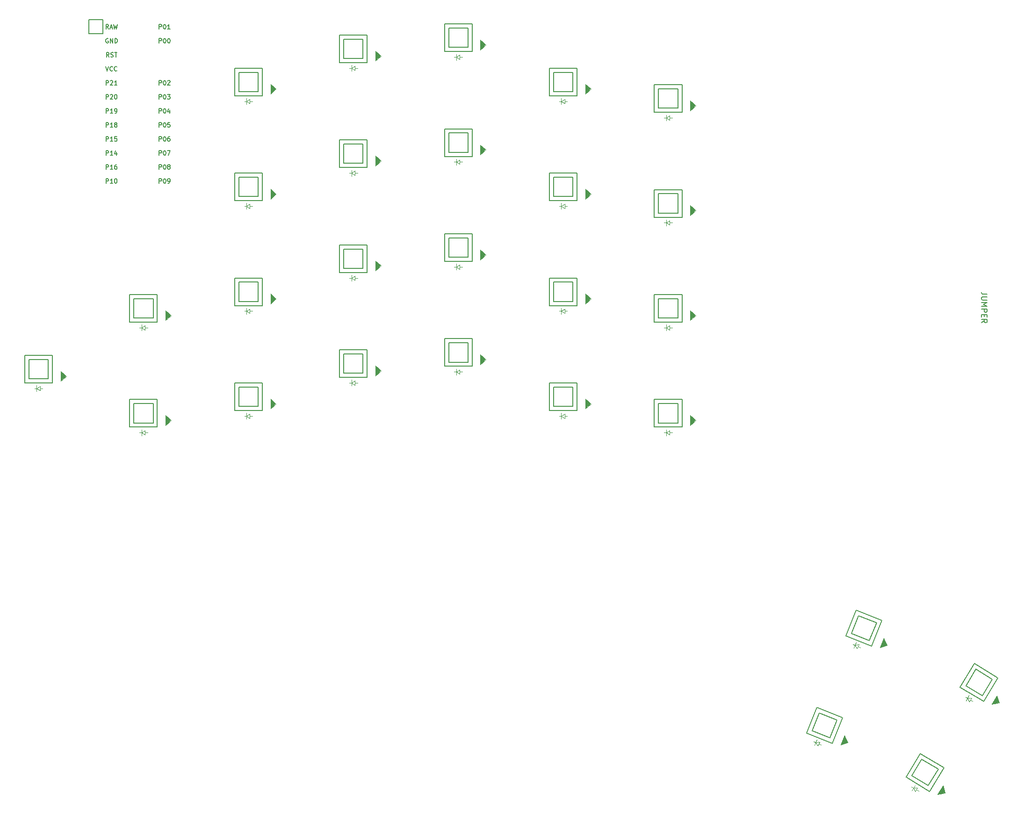
<source format=gbr>
%TF.GenerationSoftware,KiCad,Pcbnew,6.0.10-86aedd382b~118~ubuntu22.04.1*%
%TF.CreationDate,2023-01-31T17:25:27-07:00*%
%TF.ProjectId,scaarix_flow,73636161-7269-4785-9f66-6c6f772e6b69,v1.0.0*%
%TF.SameCoordinates,Original*%
%TF.FileFunction,Legend,Top*%
%TF.FilePolarity,Positive*%
%FSLAX46Y46*%
G04 Gerber Fmt 4.6, Leading zero omitted, Abs format (unit mm)*
G04 Created by KiCad (PCBNEW 6.0.10-86aedd382b~118~ubuntu22.04.1) date 2023-01-31 17:25:27*
%MOMM*%
%LPD*%
G01*
G04 APERTURE LIST*
%ADD10C,0.150000*%
%ADD11C,0.100000*%
G04 APERTURE END LIST*
D10*
X302847619Y-100745238D02*
X302133333Y-100745238D01*
X301990476Y-100697619D01*
X301895238Y-100602380D01*
X301847619Y-100459523D01*
X301847619Y-100364285D01*
X302847619Y-101221428D02*
X302038095Y-101221428D01*
X301942857Y-101269047D01*
X301895238Y-101316666D01*
X301847619Y-101411904D01*
X301847619Y-101602380D01*
X301895238Y-101697619D01*
X301942857Y-101745238D01*
X302038095Y-101792857D01*
X302847619Y-101792857D01*
X301847619Y-102269047D02*
X302847619Y-102269047D01*
X302133333Y-102602380D01*
X302847619Y-102935714D01*
X301847619Y-102935714D01*
X301847619Y-103411904D02*
X302847619Y-103411904D01*
X302847619Y-103792857D01*
X302800000Y-103888095D01*
X302752380Y-103935714D01*
X302657142Y-103983333D01*
X302514285Y-103983333D01*
X302419047Y-103935714D01*
X302371428Y-103888095D01*
X302323809Y-103792857D01*
X302323809Y-103411904D01*
X302371428Y-104411904D02*
X302371428Y-104745238D01*
X301847619Y-104888095D02*
X301847619Y-104411904D01*
X302847619Y-104411904D01*
X302847619Y-104888095D01*
X301847619Y-105888095D02*
X302323809Y-105554761D01*
X301847619Y-105316666D02*
X302847619Y-105316666D01*
X302847619Y-105697619D01*
X302800000Y-105792857D01*
X302752380Y-105840476D01*
X302657142Y-105888095D01*
X302514285Y-105888095D01*
X302419047Y-105840476D01*
X302371428Y-105792857D01*
X302323809Y-105697619D01*
X302323809Y-105316666D01*
%TO.C,MCU1*%
X152928571Y-80631904D02*
X152928571Y-79831904D01*
X153233333Y-79831904D01*
X153309523Y-79870000D01*
X153347619Y-79908095D01*
X153385714Y-79984285D01*
X153385714Y-80098571D01*
X153347619Y-80174761D01*
X153309523Y-80212857D01*
X153233333Y-80250952D01*
X152928571Y-80250952D01*
X153880952Y-79831904D02*
X153957142Y-79831904D01*
X154033333Y-79870000D01*
X154071428Y-79908095D01*
X154109523Y-79984285D01*
X154147619Y-80136666D01*
X154147619Y-80327142D01*
X154109523Y-80479523D01*
X154071428Y-80555714D01*
X154033333Y-80593809D01*
X153957142Y-80631904D01*
X153880952Y-80631904D01*
X153804761Y-80593809D01*
X153766666Y-80555714D01*
X153728571Y-80479523D01*
X153690476Y-80327142D01*
X153690476Y-80136666D01*
X153728571Y-79984285D01*
X153766666Y-79908095D01*
X153804761Y-79870000D01*
X153880952Y-79831904D01*
X154528571Y-80631904D02*
X154680952Y-80631904D01*
X154757142Y-80593809D01*
X154795238Y-80555714D01*
X154871428Y-80441428D01*
X154909523Y-80289047D01*
X154909523Y-79984285D01*
X154871428Y-79908095D01*
X154833333Y-79870000D01*
X154757142Y-79831904D01*
X154604761Y-79831904D01*
X154528571Y-79870000D01*
X154490476Y-79908095D01*
X154452380Y-79984285D01*
X154452380Y-80174761D01*
X154490476Y-80250952D01*
X154528571Y-80289047D01*
X154604761Y-80327142D01*
X154757142Y-80327142D01*
X154833333Y-80289047D01*
X154871428Y-80250952D01*
X154909523Y-80174761D01*
X143690476Y-54470000D02*
X143614285Y-54431904D01*
X143500000Y-54431904D01*
X143385714Y-54470000D01*
X143309523Y-54546190D01*
X143271428Y-54622380D01*
X143233333Y-54774761D01*
X143233333Y-54889047D01*
X143271428Y-55041428D01*
X143309523Y-55117619D01*
X143385714Y-55193809D01*
X143500000Y-55231904D01*
X143576190Y-55231904D01*
X143690476Y-55193809D01*
X143728571Y-55155714D01*
X143728571Y-54889047D01*
X143576190Y-54889047D01*
X144071428Y-55231904D02*
X144071428Y-54431904D01*
X144528571Y-55231904D01*
X144528571Y-54431904D01*
X144909523Y-55231904D02*
X144909523Y-54431904D01*
X145100000Y-54431904D01*
X145214285Y-54470000D01*
X145290476Y-54546190D01*
X145328571Y-54622380D01*
X145366666Y-54774761D01*
X145366666Y-54889047D01*
X145328571Y-55041428D01*
X145290476Y-55117619D01*
X145214285Y-55193809D01*
X145100000Y-55231904D01*
X144909523Y-55231904D01*
X143328571Y-73011904D02*
X143328571Y-72211904D01*
X143633333Y-72211904D01*
X143709523Y-72250000D01*
X143747619Y-72288095D01*
X143785714Y-72364285D01*
X143785714Y-72478571D01*
X143747619Y-72554761D01*
X143709523Y-72592857D01*
X143633333Y-72630952D01*
X143328571Y-72630952D01*
X144547619Y-73011904D02*
X144090476Y-73011904D01*
X144319047Y-73011904D02*
X144319047Y-72211904D01*
X144242857Y-72326190D01*
X144166666Y-72402380D01*
X144090476Y-72440476D01*
X145271428Y-72211904D02*
X144890476Y-72211904D01*
X144852380Y-72592857D01*
X144890476Y-72554761D01*
X144966666Y-72516666D01*
X145157142Y-72516666D01*
X145233333Y-72554761D01*
X145271428Y-72592857D01*
X145309523Y-72669047D01*
X145309523Y-72859523D01*
X145271428Y-72935714D01*
X145233333Y-72973809D01*
X145157142Y-73011904D01*
X144966666Y-73011904D01*
X144890476Y-72973809D01*
X144852380Y-72935714D01*
X143328571Y-65391904D02*
X143328571Y-64591904D01*
X143633333Y-64591904D01*
X143709523Y-64630000D01*
X143747619Y-64668095D01*
X143785714Y-64744285D01*
X143785714Y-64858571D01*
X143747619Y-64934761D01*
X143709523Y-64972857D01*
X143633333Y-65010952D01*
X143328571Y-65010952D01*
X144090476Y-64668095D02*
X144128571Y-64630000D01*
X144204761Y-64591904D01*
X144395238Y-64591904D01*
X144471428Y-64630000D01*
X144509523Y-64668095D01*
X144547619Y-64744285D01*
X144547619Y-64820476D01*
X144509523Y-64934761D01*
X144052380Y-65391904D01*
X144547619Y-65391904D01*
X145042857Y-64591904D02*
X145119047Y-64591904D01*
X145195238Y-64630000D01*
X145233333Y-64668095D01*
X145271428Y-64744285D01*
X145309523Y-64896666D01*
X145309523Y-65087142D01*
X145271428Y-65239523D01*
X145233333Y-65315714D01*
X145195238Y-65353809D01*
X145119047Y-65391904D01*
X145042857Y-65391904D01*
X144966666Y-65353809D01*
X144928571Y-65315714D01*
X144890476Y-65239523D01*
X144852380Y-65087142D01*
X144852380Y-64896666D01*
X144890476Y-64744285D01*
X144928571Y-64668095D01*
X144966666Y-64630000D01*
X145042857Y-64591904D01*
X152928571Y-67931904D02*
X152928571Y-67131904D01*
X153233333Y-67131904D01*
X153309523Y-67170000D01*
X153347619Y-67208095D01*
X153385714Y-67284285D01*
X153385714Y-67398571D01*
X153347619Y-67474761D01*
X153309523Y-67512857D01*
X153233333Y-67550952D01*
X152928571Y-67550952D01*
X153880952Y-67131904D02*
X153957142Y-67131904D01*
X154033333Y-67170000D01*
X154071428Y-67208095D01*
X154109523Y-67284285D01*
X154147619Y-67436666D01*
X154147619Y-67627142D01*
X154109523Y-67779523D01*
X154071428Y-67855714D01*
X154033333Y-67893809D01*
X153957142Y-67931904D01*
X153880952Y-67931904D01*
X153804761Y-67893809D01*
X153766666Y-67855714D01*
X153728571Y-67779523D01*
X153690476Y-67627142D01*
X153690476Y-67436666D01*
X153728571Y-67284285D01*
X153766666Y-67208095D01*
X153804761Y-67170000D01*
X153880952Y-67131904D01*
X154833333Y-67398571D02*
X154833333Y-67931904D01*
X154642857Y-67093809D02*
X154452380Y-67665238D01*
X154947619Y-67665238D01*
X143328571Y-75551904D02*
X143328571Y-74751904D01*
X143633333Y-74751904D01*
X143709523Y-74790000D01*
X143747619Y-74828095D01*
X143785714Y-74904285D01*
X143785714Y-75018571D01*
X143747619Y-75094761D01*
X143709523Y-75132857D01*
X143633333Y-75170952D01*
X143328571Y-75170952D01*
X144547619Y-75551904D02*
X144090476Y-75551904D01*
X144319047Y-75551904D02*
X144319047Y-74751904D01*
X144242857Y-74866190D01*
X144166666Y-74942380D01*
X144090476Y-74980476D01*
X145233333Y-75018571D02*
X145233333Y-75551904D01*
X145042857Y-74713809D02*
X144852380Y-75285238D01*
X145347619Y-75285238D01*
X152928571Y-73011904D02*
X152928571Y-72211904D01*
X153233333Y-72211904D01*
X153309523Y-72250000D01*
X153347619Y-72288095D01*
X153385714Y-72364285D01*
X153385714Y-72478571D01*
X153347619Y-72554761D01*
X153309523Y-72592857D01*
X153233333Y-72630952D01*
X152928571Y-72630952D01*
X153880952Y-72211904D02*
X153957142Y-72211904D01*
X154033333Y-72250000D01*
X154071428Y-72288095D01*
X154109523Y-72364285D01*
X154147619Y-72516666D01*
X154147619Y-72707142D01*
X154109523Y-72859523D01*
X154071428Y-72935714D01*
X154033333Y-72973809D01*
X153957142Y-73011904D01*
X153880952Y-73011904D01*
X153804761Y-72973809D01*
X153766666Y-72935714D01*
X153728571Y-72859523D01*
X153690476Y-72707142D01*
X153690476Y-72516666D01*
X153728571Y-72364285D01*
X153766666Y-72288095D01*
X153804761Y-72250000D01*
X153880952Y-72211904D01*
X154833333Y-72211904D02*
X154680952Y-72211904D01*
X154604761Y-72250000D01*
X154566666Y-72288095D01*
X154490476Y-72402380D01*
X154452380Y-72554761D01*
X154452380Y-72859523D01*
X154490476Y-72935714D01*
X154528571Y-72973809D01*
X154604761Y-73011904D01*
X154757142Y-73011904D01*
X154833333Y-72973809D01*
X154871428Y-72935714D01*
X154909523Y-72859523D01*
X154909523Y-72669047D01*
X154871428Y-72592857D01*
X154833333Y-72554761D01*
X154757142Y-72516666D01*
X154604761Y-72516666D01*
X154528571Y-72554761D01*
X154490476Y-72592857D01*
X154452380Y-72669047D01*
X152928571Y-65391904D02*
X152928571Y-64591904D01*
X153233333Y-64591904D01*
X153309523Y-64630000D01*
X153347619Y-64668095D01*
X153385714Y-64744285D01*
X153385714Y-64858571D01*
X153347619Y-64934761D01*
X153309523Y-64972857D01*
X153233333Y-65010952D01*
X152928571Y-65010952D01*
X153880952Y-64591904D02*
X153957142Y-64591904D01*
X154033333Y-64630000D01*
X154071428Y-64668095D01*
X154109523Y-64744285D01*
X154147619Y-64896666D01*
X154147619Y-65087142D01*
X154109523Y-65239523D01*
X154071428Y-65315714D01*
X154033333Y-65353809D01*
X153957142Y-65391904D01*
X153880952Y-65391904D01*
X153804761Y-65353809D01*
X153766666Y-65315714D01*
X153728571Y-65239523D01*
X153690476Y-65087142D01*
X153690476Y-64896666D01*
X153728571Y-64744285D01*
X153766666Y-64668095D01*
X153804761Y-64630000D01*
X153880952Y-64591904D01*
X154414285Y-64591904D02*
X154909523Y-64591904D01*
X154642857Y-64896666D01*
X154757142Y-64896666D01*
X154833333Y-64934761D01*
X154871428Y-64972857D01*
X154909523Y-65049047D01*
X154909523Y-65239523D01*
X154871428Y-65315714D01*
X154833333Y-65353809D01*
X154757142Y-65391904D01*
X154528571Y-65391904D01*
X154452380Y-65353809D01*
X154414285Y-65315714D01*
X143328571Y-62851904D02*
X143328571Y-62051904D01*
X143633333Y-62051904D01*
X143709523Y-62090000D01*
X143747619Y-62128095D01*
X143785714Y-62204285D01*
X143785714Y-62318571D01*
X143747619Y-62394761D01*
X143709523Y-62432857D01*
X143633333Y-62470952D01*
X143328571Y-62470952D01*
X144090476Y-62128095D02*
X144128571Y-62090000D01*
X144204761Y-62051904D01*
X144395238Y-62051904D01*
X144471428Y-62090000D01*
X144509523Y-62128095D01*
X144547619Y-62204285D01*
X144547619Y-62280476D01*
X144509523Y-62394761D01*
X144052380Y-62851904D01*
X144547619Y-62851904D01*
X145309523Y-62851904D02*
X144852380Y-62851904D01*
X145080952Y-62851904D02*
X145080952Y-62051904D01*
X145004761Y-62166190D01*
X144928571Y-62242380D01*
X144852380Y-62280476D01*
X143328571Y-67931904D02*
X143328571Y-67131904D01*
X143633333Y-67131904D01*
X143709523Y-67170000D01*
X143747619Y-67208095D01*
X143785714Y-67284285D01*
X143785714Y-67398571D01*
X143747619Y-67474761D01*
X143709523Y-67512857D01*
X143633333Y-67550952D01*
X143328571Y-67550952D01*
X144547619Y-67931904D02*
X144090476Y-67931904D01*
X144319047Y-67931904D02*
X144319047Y-67131904D01*
X144242857Y-67246190D01*
X144166666Y-67322380D01*
X144090476Y-67360476D01*
X144928571Y-67931904D02*
X145080952Y-67931904D01*
X145157142Y-67893809D01*
X145195238Y-67855714D01*
X145271428Y-67741428D01*
X145309523Y-67589047D01*
X145309523Y-67284285D01*
X145271428Y-67208095D01*
X145233333Y-67170000D01*
X145157142Y-67131904D01*
X145004761Y-67131904D01*
X144928571Y-67170000D01*
X144890476Y-67208095D01*
X144852380Y-67284285D01*
X144852380Y-67474761D01*
X144890476Y-67550952D01*
X144928571Y-67589047D01*
X145004761Y-67627142D01*
X145157142Y-67627142D01*
X145233333Y-67589047D01*
X145271428Y-67550952D01*
X145309523Y-67474761D01*
X143328571Y-80631904D02*
X143328571Y-79831904D01*
X143633333Y-79831904D01*
X143709523Y-79870000D01*
X143747619Y-79908095D01*
X143785714Y-79984285D01*
X143785714Y-80098571D01*
X143747619Y-80174761D01*
X143709523Y-80212857D01*
X143633333Y-80250952D01*
X143328571Y-80250952D01*
X144547619Y-80631904D02*
X144090476Y-80631904D01*
X144319047Y-80631904D02*
X144319047Y-79831904D01*
X144242857Y-79946190D01*
X144166666Y-80022380D01*
X144090476Y-80060476D01*
X145042857Y-79831904D02*
X145119047Y-79831904D01*
X145195238Y-79870000D01*
X145233333Y-79908095D01*
X145271428Y-79984285D01*
X145309523Y-80136666D01*
X145309523Y-80327142D01*
X145271428Y-80479523D01*
X145233333Y-80555714D01*
X145195238Y-80593809D01*
X145119047Y-80631904D01*
X145042857Y-80631904D01*
X144966666Y-80593809D01*
X144928571Y-80555714D01*
X144890476Y-80479523D01*
X144852380Y-80327142D01*
X144852380Y-80136666D01*
X144890476Y-79984285D01*
X144928571Y-79908095D01*
X144966666Y-79870000D01*
X145042857Y-79831904D01*
X152928571Y-55231904D02*
X152928571Y-54431904D01*
X153233333Y-54431904D01*
X153309523Y-54470000D01*
X153347619Y-54508095D01*
X153385714Y-54584285D01*
X153385714Y-54698571D01*
X153347619Y-54774761D01*
X153309523Y-54812857D01*
X153233333Y-54850952D01*
X152928571Y-54850952D01*
X153880952Y-54431904D02*
X153957142Y-54431904D01*
X154033333Y-54470000D01*
X154071428Y-54508095D01*
X154109523Y-54584285D01*
X154147619Y-54736666D01*
X154147619Y-54927142D01*
X154109523Y-55079523D01*
X154071428Y-55155714D01*
X154033333Y-55193809D01*
X153957142Y-55231904D01*
X153880952Y-55231904D01*
X153804761Y-55193809D01*
X153766666Y-55155714D01*
X153728571Y-55079523D01*
X153690476Y-54927142D01*
X153690476Y-54736666D01*
X153728571Y-54584285D01*
X153766666Y-54508095D01*
X153804761Y-54470000D01*
X153880952Y-54431904D01*
X154642857Y-54431904D02*
X154719047Y-54431904D01*
X154795238Y-54470000D01*
X154833333Y-54508095D01*
X154871428Y-54584285D01*
X154909523Y-54736666D01*
X154909523Y-54927142D01*
X154871428Y-55079523D01*
X154833333Y-55155714D01*
X154795238Y-55193809D01*
X154719047Y-55231904D01*
X154642857Y-55231904D01*
X154566666Y-55193809D01*
X154528571Y-55155714D01*
X154490476Y-55079523D01*
X154452380Y-54927142D01*
X154452380Y-54736666D01*
X154490476Y-54584285D01*
X154528571Y-54508095D01*
X154566666Y-54470000D01*
X154642857Y-54431904D01*
X152928571Y-70471904D02*
X152928571Y-69671904D01*
X153233333Y-69671904D01*
X153309523Y-69710000D01*
X153347619Y-69748095D01*
X153385714Y-69824285D01*
X153385714Y-69938571D01*
X153347619Y-70014761D01*
X153309523Y-70052857D01*
X153233333Y-70090952D01*
X152928571Y-70090952D01*
X153880952Y-69671904D02*
X153957142Y-69671904D01*
X154033333Y-69710000D01*
X154071428Y-69748095D01*
X154109523Y-69824285D01*
X154147619Y-69976666D01*
X154147619Y-70167142D01*
X154109523Y-70319523D01*
X154071428Y-70395714D01*
X154033333Y-70433809D01*
X153957142Y-70471904D01*
X153880952Y-70471904D01*
X153804761Y-70433809D01*
X153766666Y-70395714D01*
X153728571Y-70319523D01*
X153690476Y-70167142D01*
X153690476Y-69976666D01*
X153728571Y-69824285D01*
X153766666Y-69748095D01*
X153804761Y-69710000D01*
X153880952Y-69671904D01*
X154871428Y-69671904D02*
X154490476Y-69671904D01*
X154452380Y-70052857D01*
X154490476Y-70014761D01*
X154566666Y-69976666D01*
X154757142Y-69976666D01*
X154833333Y-70014761D01*
X154871428Y-70052857D01*
X154909523Y-70129047D01*
X154909523Y-70319523D01*
X154871428Y-70395714D01*
X154833333Y-70433809D01*
X154757142Y-70471904D01*
X154566666Y-70471904D01*
X154490476Y-70433809D01*
X154452380Y-70395714D01*
X143233333Y-59511904D02*
X143500000Y-60311904D01*
X143766666Y-59511904D01*
X144490476Y-60235714D02*
X144452380Y-60273809D01*
X144338095Y-60311904D01*
X144261904Y-60311904D01*
X144147619Y-60273809D01*
X144071428Y-60197619D01*
X144033333Y-60121428D01*
X143995238Y-59969047D01*
X143995238Y-59854761D01*
X144033333Y-59702380D01*
X144071428Y-59626190D01*
X144147619Y-59550000D01*
X144261904Y-59511904D01*
X144338095Y-59511904D01*
X144452380Y-59550000D01*
X144490476Y-59588095D01*
X145290476Y-60235714D02*
X145252380Y-60273809D01*
X145138095Y-60311904D01*
X145061904Y-60311904D01*
X144947619Y-60273809D01*
X144871428Y-60197619D01*
X144833333Y-60121428D01*
X144795238Y-59969047D01*
X144795238Y-59854761D01*
X144833333Y-59702380D01*
X144871428Y-59626190D01*
X144947619Y-59550000D01*
X145061904Y-59511904D01*
X145138095Y-59511904D01*
X145252380Y-59550000D01*
X145290476Y-59588095D01*
X152928571Y-62851904D02*
X152928571Y-62051904D01*
X153233333Y-62051904D01*
X153309523Y-62090000D01*
X153347619Y-62128095D01*
X153385714Y-62204285D01*
X153385714Y-62318571D01*
X153347619Y-62394761D01*
X153309523Y-62432857D01*
X153233333Y-62470952D01*
X152928571Y-62470952D01*
X153880952Y-62051904D02*
X153957142Y-62051904D01*
X154033333Y-62090000D01*
X154071428Y-62128095D01*
X154109523Y-62204285D01*
X154147619Y-62356666D01*
X154147619Y-62547142D01*
X154109523Y-62699523D01*
X154071428Y-62775714D01*
X154033333Y-62813809D01*
X153957142Y-62851904D01*
X153880952Y-62851904D01*
X153804761Y-62813809D01*
X153766666Y-62775714D01*
X153728571Y-62699523D01*
X153690476Y-62547142D01*
X153690476Y-62356666D01*
X153728571Y-62204285D01*
X153766666Y-62128095D01*
X153804761Y-62090000D01*
X153880952Y-62051904D01*
X154452380Y-62128095D02*
X154490476Y-62090000D01*
X154566666Y-62051904D01*
X154757142Y-62051904D01*
X154833333Y-62090000D01*
X154871428Y-62128095D01*
X154909523Y-62204285D01*
X154909523Y-62280476D01*
X154871428Y-62394761D01*
X154414285Y-62851904D01*
X154909523Y-62851904D01*
X152928571Y-52691904D02*
X152928571Y-51891904D01*
X153233333Y-51891904D01*
X153309523Y-51930000D01*
X153347619Y-51968095D01*
X153385714Y-52044285D01*
X153385714Y-52158571D01*
X153347619Y-52234761D01*
X153309523Y-52272857D01*
X153233333Y-52310952D01*
X152928571Y-52310952D01*
X153880952Y-51891904D02*
X153957142Y-51891904D01*
X154033333Y-51930000D01*
X154071428Y-51968095D01*
X154109523Y-52044285D01*
X154147619Y-52196666D01*
X154147619Y-52387142D01*
X154109523Y-52539523D01*
X154071428Y-52615714D01*
X154033333Y-52653809D01*
X153957142Y-52691904D01*
X153880952Y-52691904D01*
X153804761Y-52653809D01*
X153766666Y-52615714D01*
X153728571Y-52539523D01*
X153690476Y-52387142D01*
X153690476Y-52196666D01*
X153728571Y-52044285D01*
X153766666Y-51968095D01*
X153804761Y-51930000D01*
X153880952Y-51891904D01*
X154909523Y-52691904D02*
X154452380Y-52691904D01*
X154680952Y-52691904D02*
X154680952Y-51891904D01*
X154604761Y-52006190D01*
X154528571Y-52082380D01*
X154452380Y-52120476D01*
X143861904Y-57771904D02*
X143595238Y-57390952D01*
X143404761Y-57771904D02*
X143404761Y-56971904D01*
X143709523Y-56971904D01*
X143785714Y-57010000D01*
X143823809Y-57048095D01*
X143861904Y-57124285D01*
X143861904Y-57238571D01*
X143823809Y-57314761D01*
X143785714Y-57352857D01*
X143709523Y-57390952D01*
X143404761Y-57390952D01*
X144166666Y-57733809D02*
X144280952Y-57771904D01*
X144471428Y-57771904D01*
X144547619Y-57733809D01*
X144585714Y-57695714D01*
X144623809Y-57619523D01*
X144623809Y-57543333D01*
X144585714Y-57467142D01*
X144547619Y-57429047D01*
X144471428Y-57390952D01*
X144319047Y-57352857D01*
X144242857Y-57314761D01*
X144204761Y-57276666D01*
X144166666Y-57200476D01*
X144166666Y-57124285D01*
X144204761Y-57048095D01*
X144242857Y-57010000D01*
X144319047Y-56971904D01*
X144509523Y-56971904D01*
X144623809Y-57010000D01*
X144852380Y-56971904D02*
X145309523Y-56971904D01*
X145080952Y-57771904D02*
X145080952Y-56971904D01*
X152928571Y-75551904D02*
X152928571Y-74751904D01*
X153233333Y-74751904D01*
X153309523Y-74790000D01*
X153347619Y-74828095D01*
X153385714Y-74904285D01*
X153385714Y-75018571D01*
X153347619Y-75094761D01*
X153309523Y-75132857D01*
X153233333Y-75170952D01*
X152928571Y-75170952D01*
X153880952Y-74751904D02*
X153957142Y-74751904D01*
X154033333Y-74790000D01*
X154071428Y-74828095D01*
X154109523Y-74904285D01*
X154147619Y-75056666D01*
X154147619Y-75247142D01*
X154109523Y-75399523D01*
X154071428Y-75475714D01*
X154033333Y-75513809D01*
X153957142Y-75551904D01*
X153880952Y-75551904D01*
X153804761Y-75513809D01*
X153766666Y-75475714D01*
X153728571Y-75399523D01*
X153690476Y-75247142D01*
X153690476Y-75056666D01*
X153728571Y-74904285D01*
X153766666Y-74828095D01*
X153804761Y-74790000D01*
X153880952Y-74751904D01*
X154414285Y-74751904D02*
X154947619Y-74751904D01*
X154604761Y-75551904D01*
X143747619Y-52691904D02*
X143480952Y-52310952D01*
X143290476Y-52691904D02*
X143290476Y-51891904D01*
X143595238Y-51891904D01*
X143671428Y-51930000D01*
X143709523Y-51968095D01*
X143747619Y-52044285D01*
X143747619Y-52158571D01*
X143709523Y-52234761D01*
X143671428Y-52272857D01*
X143595238Y-52310952D01*
X143290476Y-52310952D01*
X144052380Y-52463333D02*
X144433333Y-52463333D01*
X143976190Y-52691904D02*
X144242857Y-51891904D01*
X144509523Y-52691904D01*
X144700000Y-51891904D02*
X144890476Y-52691904D01*
X145042857Y-52120476D01*
X145195238Y-52691904D01*
X145385714Y-51891904D01*
X152928571Y-78091904D02*
X152928571Y-77291904D01*
X153233333Y-77291904D01*
X153309523Y-77330000D01*
X153347619Y-77368095D01*
X153385714Y-77444285D01*
X153385714Y-77558571D01*
X153347619Y-77634761D01*
X153309523Y-77672857D01*
X153233333Y-77710952D01*
X152928571Y-77710952D01*
X153880952Y-77291904D02*
X153957142Y-77291904D01*
X154033333Y-77330000D01*
X154071428Y-77368095D01*
X154109523Y-77444285D01*
X154147619Y-77596666D01*
X154147619Y-77787142D01*
X154109523Y-77939523D01*
X154071428Y-78015714D01*
X154033333Y-78053809D01*
X153957142Y-78091904D01*
X153880952Y-78091904D01*
X153804761Y-78053809D01*
X153766666Y-78015714D01*
X153728571Y-77939523D01*
X153690476Y-77787142D01*
X153690476Y-77596666D01*
X153728571Y-77444285D01*
X153766666Y-77368095D01*
X153804761Y-77330000D01*
X153880952Y-77291904D01*
X154604761Y-77634761D02*
X154528571Y-77596666D01*
X154490476Y-77558571D01*
X154452380Y-77482380D01*
X154452380Y-77444285D01*
X154490476Y-77368095D01*
X154528571Y-77330000D01*
X154604761Y-77291904D01*
X154757142Y-77291904D01*
X154833333Y-77330000D01*
X154871428Y-77368095D01*
X154909523Y-77444285D01*
X154909523Y-77482380D01*
X154871428Y-77558571D01*
X154833333Y-77596666D01*
X154757142Y-77634761D01*
X154604761Y-77634761D01*
X154528571Y-77672857D01*
X154490476Y-77710952D01*
X154452380Y-77787142D01*
X154452380Y-77939523D01*
X154490476Y-78015714D01*
X154528571Y-78053809D01*
X154604761Y-78091904D01*
X154757142Y-78091904D01*
X154833333Y-78053809D01*
X154871428Y-78015714D01*
X154909523Y-77939523D01*
X154909523Y-77787142D01*
X154871428Y-77710952D01*
X154833333Y-77672857D01*
X154757142Y-77634761D01*
X143328571Y-70471904D02*
X143328571Y-69671904D01*
X143633333Y-69671904D01*
X143709523Y-69710000D01*
X143747619Y-69748095D01*
X143785714Y-69824285D01*
X143785714Y-69938571D01*
X143747619Y-70014761D01*
X143709523Y-70052857D01*
X143633333Y-70090952D01*
X143328571Y-70090952D01*
X144547619Y-70471904D02*
X144090476Y-70471904D01*
X144319047Y-70471904D02*
X144319047Y-69671904D01*
X144242857Y-69786190D01*
X144166666Y-69862380D01*
X144090476Y-69900476D01*
X145004761Y-70014761D02*
X144928571Y-69976666D01*
X144890476Y-69938571D01*
X144852380Y-69862380D01*
X144852380Y-69824285D01*
X144890476Y-69748095D01*
X144928571Y-69710000D01*
X145004761Y-69671904D01*
X145157142Y-69671904D01*
X145233333Y-69710000D01*
X145271428Y-69748095D01*
X145309523Y-69824285D01*
X145309523Y-69862380D01*
X145271428Y-69938571D01*
X145233333Y-69976666D01*
X145157142Y-70014761D01*
X145004761Y-70014761D01*
X144928571Y-70052857D01*
X144890476Y-70090952D01*
X144852380Y-70167142D01*
X144852380Y-70319523D01*
X144890476Y-70395714D01*
X144928571Y-70433809D01*
X145004761Y-70471904D01*
X145157142Y-70471904D01*
X145233333Y-70433809D01*
X145271428Y-70395714D01*
X145309523Y-70319523D01*
X145309523Y-70167142D01*
X145271428Y-70090952D01*
X145233333Y-70052857D01*
X145157142Y-70014761D01*
X143328571Y-78091904D02*
X143328571Y-77291904D01*
X143633333Y-77291904D01*
X143709523Y-77330000D01*
X143747619Y-77368095D01*
X143785714Y-77444285D01*
X143785714Y-77558571D01*
X143747619Y-77634761D01*
X143709523Y-77672857D01*
X143633333Y-77710952D01*
X143328571Y-77710952D01*
X144547619Y-78091904D02*
X144090476Y-78091904D01*
X144319047Y-78091904D02*
X144319047Y-77291904D01*
X144242857Y-77406190D01*
X144166666Y-77482380D01*
X144090476Y-77520476D01*
X145233333Y-77291904D02*
X145080952Y-77291904D01*
X145004761Y-77330000D01*
X144966666Y-77368095D01*
X144890476Y-77482380D01*
X144852380Y-77634761D01*
X144852380Y-77939523D01*
X144890476Y-78015714D01*
X144928571Y-78053809D01*
X145004761Y-78091904D01*
X145157142Y-78091904D01*
X145233333Y-78053809D01*
X145271428Y-78015714D01*
X145309523Y-77939523D01*
X145309523Y-77749047D01*
X145271428Y-77672857D01*
X145233333Y-77634761D01*
X145157142Y-77596666D01*
X145004761Y-77596666D01*
X144928571Y-77634761D01*
X144890476Y-77672857D01*
X144852380Y-77749047D01*
%TO.C,LED19*%
X228600000Y-59800000D02*
X223600000Y-59800000D01*
X228600000Y-64800000D02*
X228600000Y-59800000D01*
X223600000Y-59800000D02*
X223600000Y-64800000D01*
X227850000Y-64050000D02*
X227850000Y-60550000D01*
X227850000Y-60550000D02*
X224350000Y-60550000D01*
X224350000Y-64050000D02*
X227850000Y-64050000D01*
X223600000Y-64800000D02*
X228600000Y-64800000D01*
X224350000Y-60550000D02*
X224350000Y-64050000D01*
G36*
X231100000Y-63587500D02*
G01*
X230100000Y-64500000D01*
X230100000Y-62675000D01*
X231100000Y-63587500D01*
G37*
D11*
X231100000Y-63587500D02*
X230100000Y-64500000D01*
X230100000Y-62675000D01*
X231100000Y-63587500D01*
%TO.C,D6*%
X168750000Y-84800000D02*
X168750000Y-85350000D01*
X168750000Y-84800000D02*
X169350000Y-84400000D01*
X169350000Y-85200000D02*
X168750000Y-84800000D01*
X169350000Y-84400000D02*
X169350000Y-85200000D01*
X168350000Y-84800000D02*
X168750000Y-84800000D01*
X168750000Y-84800000D02*
X168750000Y-84250000D01*
X169350000Y-84800000D02*
X169850000Y-84800000D01*
%TO.C,D9*%
X188350000Y-97800000D02*
X188850000Y-97800000D01*
X188350000Y-98200000D02*
X187750000Y-97800000D01*
X187750000Y-97800000D02*
X187750000Y-97250000D01*
X187750000Y-97800000D02*
X188350000Y-97400000D01*
X187750000Y-97800000D02*
X187750000Y-98350000D01*
X188350000Y-97400000D02*
X188350000Y-98200000D01*
X187350000Y-97800000D02*
X187750000Y-97800000D01*
D10*
%TO.C,LED1*%
X128600000Y-111800000D02*
X128600000Y-116800000D01*
X128600000Y-116800000D02*
X133600000Y-116800000D01*
X129350000Y-112550000D02*
X129350000Y-116050000D01*
X129350000Y-116050000D02*
X132850000Y-116050000D01*
X132850000Y-116050000D02*
X132850000Y-112550000D01*
X133600000Y-116800000D02*
X133600000Y-111800000D01*
X133600000Y-111800000D02*
X128600000Y-111800000D01*
X132850000Y-112550000D02*
X129350000Y-112550000D01*
G36*
X136100000Y-115587500D02*
G01*
X135100000Y-116500000D01*
X135100000Y-114675000D01*
X136100000Y-115587500D01*
G37*
D11*
X136100000Y-115587500D02*
X135100000Y-116500000D01*
X135100000Y-114675000D01*
X136100000Y-115587500D01*
%TO.C,D27*%
X299293691Y-173871437D02*
X300014007Y-173837593D01*
X298950825Y-173665421D02*
X299293691Y-173871437D01*
X299807992Y-174180460D02*
X300236575Y-174437979D01*
X300014007Y-173837593D02*
X299601977Y-174523326D01*
X299293691Y-173871437D02*
X299576962Y-173399995D01*
X299601977Y-174523326D02*
X299293691Y-173871437D01*
X299293691Y-173871437D02*
X299010421Y-174342879D01*
D10*
%TO.C,LED20*%
X243350000Y-124050000D02*
X246850000Y-124050000D01*
X246850000Y-124050000D02*
X246850000Y-120550000D01*
X242600000Y-124800000D02*
X247600000Y-124800000D01*
X247600000Y-124800000D02*
X247600000Y-119800000D01*
X247600000Y-119800000D02*
X242600000Y-119800000D01*
X242600000Y-119800000D02*
X242600000Y-124800000D01*
X246850000Y-120550000D02*
X243350000Y-120550000D01*
X243350000Y-120550000D02*
X243350000Y-124050000D01*
G36*
X250100000Y-123587500D02*
G01*
X249100000Y-124500000D01*
X249100000Y-122675000D01*
X250100000Y-123587500D01*
G37*
D11*
X250100000Y-123587500D02*
X249100000Y-124500000D01*
X249100000Y-122675000D01*
X250100000Y-123587500D01*
D10*
%TO.C,LED16*%
X224350000Y-117550000D02*
X224350000Y-121050000D01*
X227850000Y-117550000D02*
X224350000Y-117550000D01*
X227850000Y-121050000D02*
X227850000Y-117550000D01*
X228600000Y-116800000D02*
X223600000Y-116800000D01*
X224350000Y-121050000D02*
X227850000Y-121050000D01*
X223600000Y-121800000D02*
X228600000Y-121800000D01*
X228600000Y-121800000D02*
X228600000Y-116800000D01*
X223600000Y-116800000D02*
X223600000Y-121800000D01*
G36*
X231100000Y-120587500D02*
G01*
X230100000Y-121500000D01*
X230100000Y-119675000D01*
X231100000Y-120587500D01*
G37*
D11*
X231100000Y-120587500D02*
X230100000Y-121500000D01*
X230100000Y-119675000D01*
X231100000Y-120587500D01*
D10*
%TO.C,LED23*%
X247600000Y-62800000D02*
X242600000Y-62800000D01*
X243350000Y-63550000D02*
X243350000Y-67050000D01*
X242600000Y-67800000D02*
X247600000Y-67800000D01*
X246850000Y-67050000D02*
X246850000Y-63550000D01*
X247600000Y-67800000D02*
X247600000Y-62800000D01*
X246850000Y-63550000D02*
X243350000Y-63550000D01*
X242600000Y-62800000D02*
X242600000Y-67800000D01*
X243350000Y-67050000D02*
X246850000Y-67050000D01*
G36*
X250100000Y-66587500D02*
G01*
X249100000Y-67500000D01*
X249100000Y-65675000D01*
X250100000Y-66587500D01*
G37*
D11*
X250100000Y-66587500D02*
X249100000Y-67500000D01*
X249100000Y-65675000D01*
X250100000Y-66587500D01*
%TO.C,D19*%
X226350000Y-65800000D02*
X226850000Y-65800000D01*
X225750000Y-65800000D02*
X225750000Y-65250000D01*
X225750000Y-65800000D02*
X225750000Y-66350000D01*
X225750000Y-65800000D02*
X226350000Y-65400000D01*
X225350000Y-65800000D02*
X225750000Y-65800000D01*
X226350000Y-66200000D02*
X225750000Y-65800000D01*
X226350000Y-65400000D02*
X226350000Y-66200000D01*
%TO.C,D25*%
X278908886Y-164321088D02*
X279615039Y-164174978D01*
X278908886Y-164321088D02*
X279114919Y-163811137D01*
X279615039Y-164174978D02*
X279315353Y-164916725D01*
X279465196Y-164545852D02*
X279928788Y-164733155D01*
X279315353Y-164916725D02*
X278908886Y-164321088D01*
X278538012Y-164171245D02*
X278908886Y-164321088D01*
X278908886Y-164321088D02*
X278702852Y-164831039D01*
D10*
%TO.C,LED9*%
X190600000Y-96800000D02*
X190600000Y-91800000D01*
X186350000Y-92550000D02*
X186350000Y-96050000D01*
X189850000Y-96050000D02*
X189850000Y-92550000D01*
X185600000Y-91800000D02*
X185600000Y-96800000D01*
X185600000Y-96800000D02*
X190600000Y-96800000D01*
X190600000Y-91800000D02*
X185600000Y-91800000D01*
X186350000Y-96050000D02*
X189850000Y-96050000D01*
X189850000Y-92550000D02*
X186350000Y-92550000D01*
G36*
X193100000Y-95587500D02*
G01*
X192100000Y-96500000D01*
X192100000Y-94675000D01*
X193100000Y-95587500D01*
G37*
D11*
X193100000Y-95587500D02*
X192100000Y-96500000D01*
X192100000Y-94675000D01*
X193100000Y-95587500D01*
D10*
%TO.C,LED10*%
X185600000Y-77800000D02*
X190600000Y-77800000D01*
X186350000Y-73550000D02*
X186350000Y-77050000D01*
X190600000Y-77800000D02*
X190600000Y-72800000D01*
X189850000Y-73550000D02*
X186350000Y-73550000D01*
X185600000Y-72800000D02*
X185600000Y-77800000D01*
X189850000Y-77050000D02*
X189850000Y-73550000D01*
X186350000Y-77050000D02*
X189850000Y-77050000D01*
X190600000Y-72800000D02*
X185600000Y-72800000D01*
G36*
X193100000Y-76587500D02*
G01*
X192100000Y-77500000D01*
X192100000Y-75675000D01*
X193100000Y-76587500D01*
G37*
D11*
X193100000Y-76587500D02*
X192100000Y-77500000D01*
X192100000Y-75675000D01*
X193100000Y-76587500D01*
%TO.C,D3*%
X149350000Y-106800000D02*
X149750000Y-106800000D01*
X150350000Y-106400000D02*
X150350000Y-107200000D01*
X149750000Y-106800000D02*
X150350000Y-106400000D01*
X149750000Y-106800000D02*
X149750000Y-107350000D01*
X149750000Y-106800000D02*
X149750000Y-106250000D01*
X150350000Y-106800000D02*
X150850000Y-106800000D01*
X150350000Y-107200000D02*
X149750000Y-106800000D01*
%TO.C,D14*%
X207350000Y-77200000D02*
X206750000Y-76800000D01*
X206350000Y-76800000D02*
X206750000Y-76800000D01*
X207350000Y-76800000D02*
X207850000Y-76800000D01*
X206750000Y-76800000D02*
X207350000Y-76400000D01*
X206750000Y-76800000D02*
X206750000Y-76250000D01*
X206750000Y-76800000D02*
X206750000Y-77350000D01*
X207350000Y-76400000D02*
X207350000Y-77200000D01*
%TO.C,D17*%
X226350000Y-103800000D02*
X226850000Y-103800000D01*
X226350000Y-103400000D02*
X226350000Y-104200000D01*
X225750000Y-103800000D02*
X226350000Y-103400000D01*
X225350000Y-103800000D02*
X225750000Y-103800000D01*
X226350000Y-104200000D02*
X225750000Y-103800000D01*
X225750000Y-103800000D02*
X225750000Y-103250000D01*
X225750000Y-103800000D02*
X225750000Y-104350000D01*
D10*
%TO.C,LED27*%
X303797659Y-170452874D02*
X300797574Y-168650241D01*
X304826813Y-170196277D02*
X300540977Y-167621087D01*
X300797574Y-168650241D02*
X298994941Y-171650326D01*
X302251623Y-174482113D02*
X304826813Y-170196277D01*
X298994941Y-171650326D02*
X301995026Y-173452959D01*
X297965787Y-171906923D02*
X302251623Y-174482113D01*
X301995026Y-173452959D02*
X303797659Y-170452874D01*
X300540977Y-167621087D02*
X297965787Y-171906923D01*
G36*
X305019025Y-174730393D02*
G01*
X303691885Y-174997520D01*
X304631830Y-173433190D01*
X305019025Y-174730393D01*
G37*
D11*
X305019025Y-174730393D02*
X303691885Y-174997520D01*
X304631830Y-173433190D01*
X305019025Y-174730393D01*
%TO.C,D8*%
X187750000Y-116800000D02*
X187750000Y-116250000D01*
X188350000Y-116800000D02*
X188850000Y-116800000D01*
X188350000Y-117200000D02*
X187750000Y-116800000D01*
X187350000Y-116800000D02*
X187750000Y-116800000D01*
X187750000Y-116800000D02*
X187750000Y-117350000D01*
X188350000Y-116400000D02*
X188350000Y-117200000D01*
X187750000Y-116800000D02*
X188350000Y-116400000D01*
%TO.C,D1*%
X130750000Y-117800000D02*
X130750000Y-117250000D01*
X131350000Y-117800000D02*
X131850000Y-117800000D01*
X130750000Y-117800000D02*
X130750000Y-118350000D01*
X131350000Y-118200000D02*
X130750000Y-117800000D01*
X131350000Y-117400000D02*
X131350000Y-118200000D01*
X130750000Y-117800000D02*
X131350000Y-117400000D01*
X130350000Y-117800000D02*
X130750000Y-117800000D01*
D10*
%TO.C,LED5*%
X166600000Y-97800000D02*
X166600000Y-102800000D01*
X167350000Y-102050000D02*
X170850000Y-102050000D01*
X171600000Y-97800000D02*
X166600000Y-97800000D01*
X167350000Y-98550000D02*
X167350000Y-102050000D01*
X166600000Y-102800000D02*
X171600000Y-102800000D01*
X170850000Y-102050000D02*
X170850000Y-98550000D01*
X171600000Y-102800000D02*
X171600000Y-97800000D01*
X170850000Y-98550000D02*
X167350000Y-98550000D01*
G36*
X174100000Y-101587500D02*
G01*
X173100000Y-102500000D01*
X173100000Y-100675000D01*
X174100000Y-101587500D01*
G37*
D11*
X174100000Y-101587500D02*
X173100000Y-102500000D01*
X173100000Y-100675000D01*
X174100000Y-101587500D01*
D10*
%TO.C,LED2*%
X152600000Y-119800000D02*
X147600000Y-119800000D01*
X151850000Y-124050000D02*
X151850000Y-120550000D01*
X147600000Y-124800000D02*
X152600000Y-124800000D01*
X147600000Y-119800000D02*
X147600000Y-124800000D01*
X148350000Y-120550000D02*
X148350000Y-124050000D01*
X148350000Y-124050000D02*
X151850000Y-124050000D01*
X151850000Y-120550000D02*
X148350000Y-120550000D01*
X152600000Y-124800000D02*
X152600000Y-119800000D01*
G36*
X155100000Y-123587500D02*
G01*
X154100000Y-124500000D01*
X154100000Y-122675000D01*
X155100000Y-123587500D01*
G37*
D11*
X155100000Y-123587500D02*
X154100000Y-124500000D01*
X154100000Y-122675000D01*
X155100000Y-123587500D01*
D10*
%TO.C,LED7*%
X166600000Y-64800000D02*
X171600000Y-64800000D01*
X166600000Y-59800000D02*
X166600000Y-64800000D01*
X167350000Y-60550000D02*
X167350000Y-64050000D01*
X171600000Y-64800000D02*
X171600000Y-59800000D01*
X170850000Y-60550000D02*
X167350000Y-60550000D01*
X170850000Y-64050000D02*
X170850000Y-60550000D01*
X167350000Y-64050000D02*
X170850000Y-64050000D01*
X171600000Y-59800000D02*
X166600000Y-59800000D01*
G36*
X174100000Y-63587500D02*
G01*
X173100000Y-64500000D01*
X173100000Y-62675000D01*
X174100000Y-63587500D01*
G37*
D11*
X174100000Y-63587500D02*
X173100000Y-64500000D01*
X173100000Y-62675000D01*
X174100000Y-63587500D01*
D10*
%TO.C,LED3*%
X151850000Y-105050000D02*
X151850000Y-101550000D01*
X147600000Y-105800000D02*
X152600000Y-105800000D01*
X147600000Y-100800000D02*
X147600000Y-105800000D01*
X148350000Y-101550000D02*
X148350000Y-105050000D01*
X148350000Y-105050000D02*
X151850000Y-105050000D01*
X151850000Y-101550000D02*
X148350000Y-101550000D01*
X152600000Y-100800000D02*
X147600000Y-100800000D01*
X152600000Y-105800000D02*
X152600000Y-100800000D01*
G36*
X155100000Y-104587500D02*
G01*
X154100000Y-105500000D01*
X154100000Y-103675000D01*
X155100000Y-104587500D01*
G37*
D11*
X155100000Y-104587500D02*
X154100000Y-105500000D01*
X154100000Y-103675000D01*
X155100000Y-104587500D01*
D10*
%TO.C,LED12*%
X209600000Y-108800000D02*
X204600000Y-108800000D01*
X205350000Y-109550000D02*
X205350000Y-113050000D01*
X205350000Y-113050000D02*
X208850000Y-113050000D01*
X208850000Y-113050000D02*
X208850000Y-109550000D01*
X204600000Y-108800000D02*
X204600000Y-113800000D01*
X208850000Y-109550000D02*
X205350000Y-109550000D01*
X209600000Y-113800000D02*
X209600000Y-108800000D01*
X204600000Y-113800000D02*
X209600000Y-113800000D01*
G36*
X212100000Y-112587500D02*
G01*
X211100000Y-113500000D01*
X211100000Y-111675000D01*
X212100000Y-112587500D01*
G37*
D11*
X212100000Y-112587500D02*
X211100000Y-113500000D01*
X211100000Y-111675000D01*
X212100000Y-112587500D01*
%TO.C,D22*%
X245350000Y-87800000D02*
X245850000Y-87800000D01*
X245350000Y-87400000D02*
X245350000Y-88200000D01*
X244750000Y-87800000D02*
X244750000Y-88350000D01*
X244750000Y-87800000D02*
X245350000Y-87400000D01*
X244750000Y-87800000D02*
X244750000Y-87250000D01*
X244350000Y-87800000D02*
X244750000Y-87800000D01*
X245350000Y-88200000D02*
X244750000Y-87800000D01*
%TO.C,D16*%
X226350000Y-123200000D02*
X225750000Y-122800000D01*
X226350000Y-122400000D02*
X226350000Y-123200000D01*
X225350000Y-122800000D02*
X225750000Y-122800000D01*
X225750000Y-122800000D02*
X225750000Y-123350000D01*
X225750000Y-122800000D02*
X225750000Y-122250000D01*
X226350000Y-122800000D02*
X226850000Y-122800000D01*
X225750000Y-122800000D02*
X226350000Y-122400000D01*
D10*
%TO.C,MCU1*%
X142750000Y-51060000D02*
X140210000Y-51060000D01*
X142750000Y-51060000D02*
X142750000Y-53600000D01*
X140210000Y-53600000D02*
X140210000Y-51060000D01*
X142750000Y-53600000D02*
X140210000Y-53600000D01*
D11*
%TO.C,D4*%
X168750000Y-122800000D02*
X168750000Y-122250000D01*
X169350000Y-122400000D02*
X169350000Y-123200000D01*
X168750000Y-122800000D02*
X169350000Y-122400000D01*
X168750000Y-122800000D02*
X168750000Y-123350000D01*
X169350000Y-123200000D02*
X168750000Y-122800000D01*
X168350000Y-122800000D02*
X168750000Y-122800000D01*
X169350000Y-122800000D02*
X169850000Y-122800000D01*
D10*
%TO.C,LED17*%
X228600000Y-97800000D02*
X223600000Y-97800000D01*
X223600000Y-97800000D02*
X223600000Y-102800000D01*
X224350000Y-98550000D02*
X224350000Y-102050000D01*
X227850000Y-98550000D02*
X224350000Y-98550000D01*
X223600000Y-102800000D02*
X228600000Y-102800000D01*
X227850000Y-102050000D02*
X227850000Y-98550000D01*
X224350000Y-102050000D02*
X227850000Y-102050000D01*
X228600000Y-102800000D02*
X228600000Y-97800000D01*
G36*
X231100000Y-101587500D02*
G01*
X230100000Y-102500000D01*
X230100000Y-100675000D01*
X231100000Y-101587500D01*
G37*
D11*
X231100000Y-101587500D02*
X230100000Y-102500000D01*
X230100000Y-100675000D01*
X231100000Y-101587500D01*
D10*
%TO.C,LED13*%
X208850000Y-94050000D02*
X208850000Y-90550000D01*
X208850000Y-90550000D02*
X205350000Y-90550000D01*
X205350000Y-90550000D02*
X205350000Y-94050000D01*
X209600000Y-94800000D02*
X209600000Y-89800000D01*
X209600000Y-89800000D02*
X204600000Y-89800000D01*
X205350000Y-94050000D02*
X208850000Y-94050000D01*
X204600000Y-89800000D02*
X204600000Y-94800000D01*
X204600000Y-94800000D02*
X209600000Y-94800000D01*
G36*
X212100000Y-93587500D02*
G01*
X211100000Y-94500000D01*
X211100000Y-92675000D01*
X212100000Y-93587500D01*
G37*
D11*
X212100000Y-93587500D02*
X211100000Y-94500000D01*
X211100000Y-92675000D01*
X212100000Y-93587500D01*
D10*
%TO.C,LED21*%
X247600000Y-105800000D02*
X247600000Y-100800000D01*
X246850000Y-105050000D02*
X246850000Y-101550000D01*
X242600000Y-105800000D02*
X247600000Y-105800000D01*
X246850000Y-101550000D02*
X243350000Y-101550000D01*
X243350000Y-105050000D02*
X246850000Y-105050000D01*
X243350000Y-101550000D02*
X243350000Y-105050000D01*
X247600000Y-100800000D02*
X242600000Y-100800000D01*
X242600000Y-100800000D02*
X242600000Y-105800000D01*
G36*
X250100000Y-104587500D02*
G01*
X249100000Y-105500000D01*
X249100000Y-103675000D01*
X250100000Y-104587500D01*
G37*
D11*
X250100000Y-104587500D02*
X249100000Y-105500000D01*
X249100000Y-103675000D01*
X250100000Y-104587500D01*
%TO.C,D15*%
X206750000Y-57800000D02*
X207350000Y-57400000D01*
X207350000Y-57800000D02*
X207850000Y-57800000D01*
X206750000Y-57800000D02*
X206750000Y-58350000D01*
X206350000Y-57800000D02*
X206750000Y-57800000D01*
X206750000Y-57800000D02*
X206750000Y-57250000D01*
X207350000Y-57400000D02*
X207350000Y-58200000D01*
X207350000Y-58200000D02*
X206750000Y-57800000D01*
%TO.C,D20*%
X244750000Y-125800000D02*
X245350000Y-125400000D01*
X245350000Y-125400000D02*
X245350000Y-126200000D01*
X244750000Y-125800000D02*
X244750000Y-125250000D01*
X245350000Y-126200000D02*
X244750000Y-125800000D01*
X244350000Y-125800000D02*
X244750000Y-125800000D01*
X244750000Y-125800000D02*
X244750000Y-126350000D01*
X245350000Y-125800000D02*
X245850000Y-125800000D01*
D10*
%TO.C,LED15*%
X208850000Y-52550000D02*
X205350000Y-52550000D01*
X204600000Y-56800000D02*
X209600000Y-56800000D01*
X209600000Y-56800000D02*
X209600000Y-51800000D01*
X204600000Y-51800000D02*
X204600000Y-56800000D01*
X205350000Y-56050000D02*
X208850000Y-56050000D01*
X208850000Y-56050000D02*
X208850000Y-52550000D01*
X209600000Y-51800000D02*
X204600000Y-51800000D01*
X205350000Y-52550000D02*
X205350000Y-56050000D01*
G36*
X212100000Y-55587500D02*
G01*
X211100000Y-56500000D01*
X211100000Y-54675000D01*
X212100000Y-55587500D01*
G37*
D11*
X212100000Y-55587500D02*
X211100000Y-56500000D01*
X211100000Y-54675000D01*
X212100000Y-55587500D01*
D10*
%TO.C,LED6*%
X167350000Y-83050000D02*
X170850000Y-83050000D01*
X166600000Y-83800000D02*
X171600000Y-83800000D01*
X167350000Y-79550000D02*
X167350000Y-83050000D01*
X170850000Y-79550000D02*
X167350000Y-79550000D01*
X170850000Y-83050000D02*
X170850000Y-79550000D01*
X166600000Y-78800000D02*
X166600000Y-83800000D01*
X171600000Y-78800000D02*
X166600000Y-78800000D01*
X171600000Y-83800000D02*
X171600000Y-78800000D01*
G36*
X174100000Y-82587500D02*
G01*
X173100000Y-83500000D01*
X173100000Y-81675000D01*
X174100000Y-82587500D01*
G37*
D11*
X174100000Y-82587500D02*
X173100000Y-83500000D01*
X173100000Y-81675000D01*
X174100000Y-82587500D01*
%TO.C,D2*%
X150350000Y-126200000D02*
X149750000Y-125800000D01*
X150350000Y-125400000D02*
X150350000Y-126200000D01*
X149750000Y-125800000D02*
X150350000Y-125400000D01*
X149750000Y-125800000D02*
X149750000Y-125250000D01*
X149750000Y-125800000D02*
X149750000Y-126350000D01*
X150350000Y-125800000D02*
X150850000Y-125800000D01*
X149350000Y-125800000D02*
X149750000Y-125800000D01*
%TO.C,D5*%
X168350000Y-103800000D02*
X168750000Y-103800000D01*
X169350000Y-104200000D02*
X168750000Y-103800000D01*
X169350000Y-103400000D02*
X169350000Y-104200000D01*
X169350000Y-103800000D02*
X169850000Y-103800000D01*
X168750000Y-103800000D02*
X169350000Y-103400000D01*
X168750000Y-103800000D02*
X168750000Y-103250000D01*
X168750000Y-103800000D02*
X168750000Y-104350000D01*
%TO.C,D7*%
X169350000Y-65800000D02*
X169850000Y-65800000D01*
X168750000Y-65800000D02*
X169350000Y-65400000D01*
X168350000Y-65800000D02*
X168750000Y-65800000D01*
X169350000Y-65400000D02*
X169350000Y-66200000D01*
X168750000Y-65800000D02*
X168750000Y-66350000D01*
X168750000Y-65800000D02*
X168750000Y-65250000D01*
X169350000Y-66200000D02*
X168750000Y-65800000D01*
%TO.C,D13*%
X206750000Y-95800000D02*
X207350000Y-95400000D01*
X207350000Y-96200000D02*
X206750000Y-95800000D01*
X206750000Y-95800000D02*
X206750000Y-96350000D01*
X207350000Y-95400000D02*
X207350000Y-96200000D01*
X206350000Y-95800000D02*
X206750000Y-95800000D01*
X206750000Y-95800000D02*
X206750000Y-95250000D01*
X207350000Y-95800000D02*
X207850000Y-95800000D01*
%TO.C,D26*%
X289507991Y-190157537D02*
X289791262Y-189686095D01*
X290022292Y-190466560D02*
X290450875Y-190724079D01*
X290228307Y-190123693D02*
X289816277Y-190809426D01*
X289816277Y-190809426D02*
X289507991Y-190157537D01*
X289507991Y-190157537D02*
X289224721Y-190628979D01*
X289507991Y-190157537D02*
X290228307Y-190123693D01*
X289165125Y-189951521D02*
X289507991Y-190157537D01*
%TO.C,D18*%
X226350000Y-84400000D02*
X226350000Y-85200000D01*
X225750000Y-84800000D02*
X226350000Y-84400000D01*
X225750000Y-84800000D02*
X225750000Y-84250000D01*
X226350000Y-85200000D02*
X225750000Y-84800000D01*
X225350000Y-84800000D02*
X225750000Y-84800000D01*
X226350000Y-84800000D02*
X226850000Y-84800000D01*
X225750000Y-84800000D02*
X225750000Y-85350000D01*
D10*
%TO.C,LED26*%
X292209326Y-189739159D02*
X294011959Y-186739074D01*
X291011874Y-184936441D02*
X289209241Y-187936526D01*
X289209241Y-187936526D02*
X292209326Y-189739159D01*
X288180087Y-188193123D02*
X292465923Y-190768313D01*
X294011959Y-186739074D02*
X291011874Y-184936441D01*
X292465923Y-190768313D02*
X295041113Y-186482477D01*
X290755277Y-183907287D02*
X288180087Y-188193123D01*
X295041113Y-186482477D02*
X290755277Y-183907287D01*
G36*
X295233325Y-191016593D02*
G01*
X293906185Y-191283720D01*
X294846130Y-189719390D01*
X295233325Y-191016593D01*
G37*
D11*
X295233325Y-191016593D02*
X293906185Y-191283720D01*
X294846130Y-189719390D01*
X295233325Y-191016593D01*
D10*
%TO.C,LED24*%
X274394010Y-181101633D02*
X275705133Y-177856490D01*
X274808443Y-182077976D02*
X276681476Y-177442057D01*
X270172524Y-180204943D02*
X274808443Y-182077976D01*
X271148867Y-179790510D02*
X274394010Y-181101633D01*
X275705133Y-177856490D02*
X272459990Y-176545367D01*
X272459990Y-176545367D02*
X271148867Y-179790510D01*
X272045557Y-175569024D02*
X270172524Y-180204943D01*
X276681476Y-177442057D02*
X272045557Y-175569024D01*
G36*
X277580613Y-181890282D02*
G01*
X276311601Y-182361731D01*
X276995258Y-180669620D01*
X277580613Y-181890282D01*
G37*
D11*
X277580613Y-181890282D02*
X276311601Y-182361731D01*
X276995258Y-180669620D01*
X277580613Y-181890282D01*
D10*
%TO.C,LED11*%
X189850000Y-54550000D02*
X186350000Y-54550000D01*
X185600000Y-58800000D02*
X190600000Y-58800000D01*
X189850000Y-58050000D02*
X189850000Y-54550000D01*
X186350000Y-58050000D02*
X189850000Y-58050000D01*
X190600000Y-58800000D02*
X190600000Y-53800000D01*
X190600000Y-53800000D02*
X185600000Y-53800000D01*
X185600000Y-53800000D02*
X185600000Y-58800000D01*
X186350000Y-54550000D02*
X186350000Y-58050000D01*
G36*
X193100000Y-57587500D02*
G01*
X192100000Y-58500000D01*
X192100000Y-56675000D01*
X193100000Y-57587500D01*
G37*
D11*
X193100000Y-57587500D02*
X192100000Y-58500000D01*
X192100000Y-56675000D01*
X193100000Y-57587500D01*
%TO.C,D21*%
X245350000Y-106800000D02*
X245850000Y-106800000D01*
X244750000Y-106800000D02*
X244750000Y-106250000D01*
X245350000Y-107200000D02*
X244750000Y-106800000D01*
X244350000Y-106800000D02*
X244750000Y-106800000D01*
X245350000Y-106400000D02*
X245350000Y-107200000D01*
X244750000Y-106800000D02*
X244750000Y-107350000D01*
X244750000Y-106800000D02*
X245350000Y-106400000D01*
%TO.C,D11*%
X187750000Y-59800000D02*
X187750000Y-59250000D01*
X188350000Y-59400000D02*
X188350000Y-60200000D01*
X188350000Y-59800000D02*
X188850000Y-59800000D01*
X187750000Y-59800000D02*
X188350000Y-59400000D01*
X187750000Y-59800000D02*
X187750000Y-60350000D01*
X188350000Y-60200000D02*
X187750000Y-59800000D01*
X187350000Y-59800000D02*
X187750000Y-59800000D01*
D10*
%TO.C,LED25*%
X279163057Y-157952524D02*
X277290024Y-162588443D01*
X277290024Y-162588443D02*
X281925943Y-164461476D01*
X279577490Y-158928867D02*
X278266367Y-162174010D01*
X281925943Y-164461476D02*
X283798976Y-159825557D01*
X278266367Y-162174010D02*
X281511510Y-163485133D01*
X282822633Y-160239990D02*
X279577490Y-158928867D01*
X281511510Y-163485133D02*
X282822633Y-160239990D01*
X283798976Y-159825557D02*
X279163057Y-157952524D01*
G36*
X284698113Y-164273782D02*
G01*
X283429101Y-164745231D01*
X284112758Y-163053120D01*
X284698113Y-164273782D01*
G37*
D11*
X284698113Y-164273782D02*
X283429101Y-164745231D01*
X284112758Y-163053120D01*
X284698113Y-164273782D01*
D10*
%TO.C,LED14*%
X205350000Y-71550000D02*
X205350000Y-75050000D01*
X205350000Y-75050000D02*
X208850000Y-75050000D01*
X208850000Y-75050000D02*
X208850000Y-71550000D01*
X209600000Y-70800000D02*
X204600000Y-70800000D01*
X204600000Y-70800000D02*
X204600000Y-75800000D01*
X208850000Y-71550000D02*
X205350000Y-71550000D01*
X204600000Y-75800000D02*
X209600000Y-75800000D01*
X209600000Y-75800000D02*
X209600000Y-70800000D01*
G36*
X212100000Y-74587500D02*
G01*
X211100000Y-75500000D01*
X211100000Y-73675000D01*
X212100000Y-74587500D01*
G37*
D11*
X212100000Y-74587500D02*
X211100000Y-75500000D01*
X211100000Y-73675000D01*
X212100000Y-74587500D01*
D10*
%TO.C,LED22*%
X247600000Y-86800000D02*
X247600000Y-81800000D01*
X242600000Y-86800000D02*
X247600000Y-86800000D01*
X243350000Y-86050000D02*
X246850000Y-86050000D01*
X247600000Y-81800000D02*
X242600000Y-81800000D01*
X242600000Y-81800000D02*
X242600000Y-86800000D01*
X243350000Y-82550000D02*
X243350000Y-86050000D01*
X246850000Y-86050000D02*
X246850000Y-82550000D01*
X246850000Y-82550000D02*
X243350000Y-82550000D01*
G36*
X250100000Y-85587500D02*
G01*
X249100000Y-86500000D01*
X249100000Y-84675000D01*
X250100000Y-85587500D01*
G37*
D11*
X250100000Y-85587500D02*
X249100000Y-86500000D01*
X249100000Y-84675000D01*
X250100000Y-85587500D01*
%TO.C,D24*%
X271791286Y-181937488D02*
X271585252Y-182447439D01*
X271420412Y-181787645D02*
X271791286Y-181937488D01*
X272497439Y-181791378D02*
X272197753Y-182533125D01*
X272347596Y-182162252D02*
X272811188Y-182349555D01*
X271791286Y-181937488D02*
X272497439Y-181791378D01*
X272197753Y-182533125D02*
X271791286Y-181937488D01*
X271791286Y-181937488D02*
X271997319Y-181427537D01*
D10*
%TO.C,LED4*%
X166600000Y-121800000D02*
X171600000Y-121800000D01*
X170850000Y-117550000D02*
X167350000Y-117550000D01*
X166600000Y-116800000D02*
X166600000Y-121800000D01*
X171600000Y-116800000D02*
X166600000Y-116800000D01*
X170850000Y-121050000D02*
X170850000Y-117550000D01*
X167350000Y-121050000D02*
X170850000Y-121050000D01*
X167350000Y-117550000D02*
X167350000Y-121050000D01*
X171600000Y-121800000D02*
X171600000Y-116800000D01*
G36*
X174100000Y-120587500D02*
G01*
X173100000Y-121500000D01*
X173100000Y-119675000D01*
X174100000Y-120587500D01*
G37*
D11*
X174100000Y-120587500D02*
X173100000Y-121500000D01*
X173100000Y-119675000D01*
X174100000Y-120587500D01*
D10*
%TO.C,LED18*%
X223600000Y-78800000D02*
X223600000Y-83800000D01*
X228600000Y-83800000D02*
X228600000Y-78800000D01*
X227850000Y-79550000D02*
X224350000Y-79550000D01*
X223600000Y-83800000D02*
X228600000Y-83800000D01*
X224350000Y-79550000D02*
X224350000Y-83050000D01*
X227850000Y-83050000D02*
X227850000Y-79550000D01*
X228600000Y-78800000D02*
X223600000Y-78800000D01*
X224350000Y-83050000D02*
X227850000Y-83050000D01*
G36*
X231100000Y-82587500D02*
G01*
X230100000Y-83500000D01*
X230100000Y-81675000D01*
X231100000Y-82587500D01*
G37*
D11*
X231100000Y-82587500D02*
X230100000Y-83500000D01*
X230100000Y-81675000D01*
X231100000Y-82587500D01*
%TO.C,D10*%
X187750000Y-78800000D02*
X187750000Y-78250000D01*
X187750000Y-78800000D02*
X188350000Y-78400000D01*
X188350000Y-78400000D02*
X188350000Y-79200000D01*
X187750000Y-78800000D02*
X187750000Y-79350000D01*
X188350000Y-78800000D02*
X188850000Y-78800000D01*
X187350000Y-78800000D02*
X187750000Y-78800000D01*
X188350000Y-79200000D02*
X187750000Y-78800000D01*
%TO.C,D23*%
X244750000Y-68800000D02*
X244750000Y-69350000D01*
X244750000Y-68800000D02*
X245350000Y-68400000D01*
X244750000Y-68800000D02*
X244750000Y-68250000D01*
X245350000Y-68400000D02*
X245350000Y-69200000D01*
X244350000Y-68800000D02*
X244750000Y-68800000D01*
X245350000Y-68800000D02*
X245850000Y-68800000D01*
X245350000Y-69200000D02*
X244750000Y-68800000D01*
%TO.C,D12*%
X207350000Y-115200000D02*
X206750000Y-114800000D01*
X206750000Y-114800000D02*
X206750000Y-114250000D01*
X206750000Y-114800000D02*
X207350000Y-114400000D01*
X206750000Y-114800000D02*
X206750000Y-115350000D01*
X207350000Y-114800000D02*
X207850000Y-114800000D01*
X206350000Y-114800000D02*
X206750000Y-114800000D01*
X207350000Y-114400000D02*
X207350000Y-115200000D01*
D10*
%TO.C,LED8*%
X186350000Y-111550000D02*
X186350000Y-115050000D01*
X185600000Y-115800000D02*
X190600000Y-115800000D01*
X190600000Y-110800000D02*
X185600000Y-110800000D01*
X189850000Y-111550000D02*
X186350000Y-111550000D01*
X186350000Y-115050000D02*
X189850000Y-115050000D01*
X189850000Y-115050000D02*
X189850000Y-111550000D01*
X190600000Y-115800000D02*
X190600000Y-110800000D01*
X185600000Y-110800000D02*
X185600000Y-115800000D01*
G36*
X193100000Y-114587500D02*
G01*
X192100000Y-115500000D01*
X192100000Y-113675000D01*
X193100000Y-114587500D01*
G37*
D11*
X193100000Y-114587500D02*
X192100000Y-115500000D01*
X192100000Y-113675000D01*
X193100000Y-114587500D01*
%TD*%
M02*

</source>
